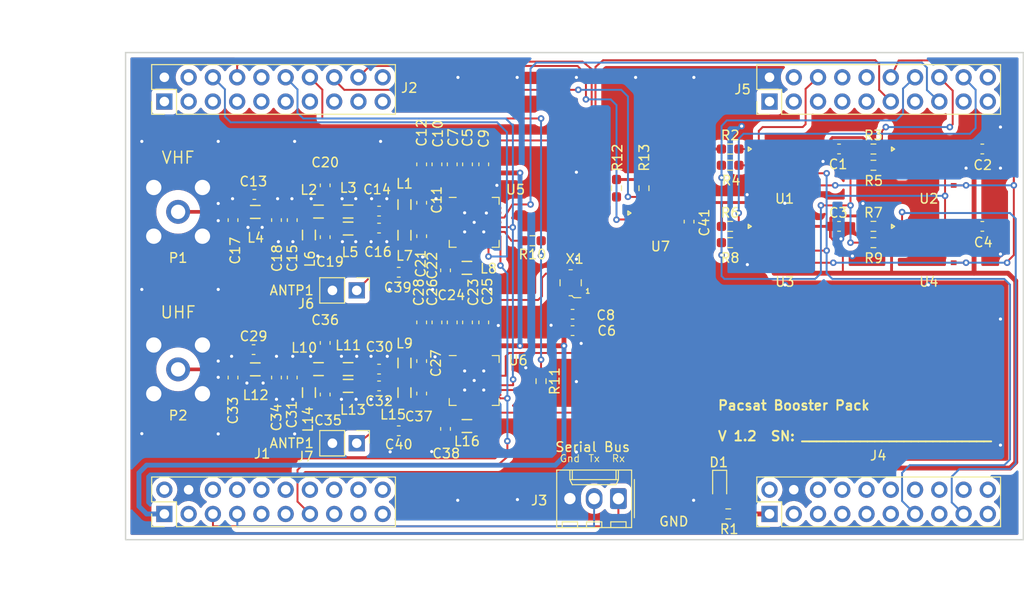
<source format=kicad_pcb>
(kicad_pcb (version 20211014) (generator pcbnew)
  (title_block (title "AX5043 Booster for Hercules Launchpad") (date "2017-10-02") (rev "1.1") (company "AMSAT-NA") (comment 1 "Layout by Z. Metzinger (N0ZGO)"))
  (layers (0 "F.Cu" signal) (31 "B.Cu" signal) (34 "B.Paste" user) (35 "F.Paste" user) (36 "B.SilkS" user "B.Silkscreen") (37 "F.SilkS" user "F.Silkscreen") (38 "B.Mask" user) (39 "F.Mask" user) (44 "Edge.Cuts" user))
  (net 0 "")
  (net 1 "+3.3V")
  (net 2 "GND")
  (net 3 "Net-(C11-Pad1)")
  (net 4 "Net-(C13-Pad1)")
  (net 5 "Net-(C13-Pad2)")
  (net 6 "Net-(C14-Pad2)")
  (net 7 "Net-(C16-Pad1)")
  (net 8 "Net-(C5-Pad1)")
  (net 9 "Net-(C10-Pad1)")
  (net 10 "TCXO")
  (net 11 "Net-(C12-Pad1)")
  (net 12 "Net-(C15-Pad1)")
  (net 13 "Net-(C16-Pad2)")
  (net 14 "Net-(C20-Pad2)")
  (net 15 "Net-(C22-Pad1)")
  (net 16 "AX5043_CLK")
  (net 17 "AX5043_MISO")
  (net 18 "AX5043_MOSI")
  (net 19 "Net-(C23-Pad1)")
  (net 20 "Net-(C24-Pad1)")
  (net 21 "+5V")
  (net 22 "Net-(C27-Pad1)")
  (net 23 "Net-(C28-Pad1)")
  (net 24 "Net-(C29-Pad1)")
  (net 25 "Net-(C29-Pad2)")
  (net 26 "Net-(C30-Pad2)")
  (net 27 "Net-(C31-Pad1)")
  (net 28 "Net-(C32-Pad1)")
  (net 29 "Net-(C32-Pad2)")
  (net 30 "Net-(C36-Pad2)")
  (net 31 "Net-(C38-Pad1)")
  (net 32 "Net-(D1-Pad2)")
  (net 34 "SCIRX")
  (net 35 "SCITX")
  (net 56 "Net-(C39-Pad1)")
  (net 60 "AX5043_VHF_CS")
  (net 61 "AX5043_UHF_IRQ")
  (net 63 "Net-(C39-Pad2)")
  (net 69 "AX5043_VHF_IRQ")
  (net 71 "MRAM_SCK")
  (net 73 "MRAM_3_CS")
  (net 89 "AX5043_UHF_CS")
  (net 94 "MRAM_0_CS")
  (net 97 "MRAM_MOSI")
  (net 98 "MRAM_MISO")
  (net 99 "MRAM_1_CS")
  (net 100 "MRAM_2_CS")
  (net 102 "Net-(L8-Pad1)")
  (net 103 "Net-(L8-Pad2)")
  (net 104 "Net-(L16-Pad1)")
  (net 105 "Net-(L16-Pad2)")
  (net 106 "Net-(C40-Pad1)")
  (net 116 "Net-(C40-Pad2)")
  (net 128 "Net-(R4-Pad1)")
  (net 129 "Net-(R5-Pad1)")
  (net 130 "+3V3_PRI")
  (net 131 "Net-(R8-Pad1)")
  (net 132 "Net-(R9-Pad2)")
  (net 133 "Net-(R10-Pad2)")
  (net 134 "Net-(R11-Pad2)")
  (net 135 "IC2_SDA")
  (net 136 "IC2_SCL")
  (footprint "Capacitor_SMD:C_0603_1608Metric_Pad1.08x0.95mm_HandSolder" (layer "F.Cu") (at 226.7 108.095)
    (fp_text reference "C2")
    (fp_text value ".1u")
  )
  (footprint "Capacitor_SMD:C_0603_1608Metric_Pad1.08x0.95mm_HandSolder" (layer "F.Cu") (at 165.6 137.6 180)
    (fp_text reference "C40")
    (fp_text value "NP")
  )
  (footprint "Capacitor_SMD:C_0603_1608Metric_Pad1.08x0.95mm_HandSolder" (layer "F.Cu") (at 174.5 126.25 90)
    (fp_text reference "C25")
    (fp_text value "10n")
  )
  (footprint "Capacitor_SMD:C_0603_1608Metric_Pad1.08x0.95mm_HandSolder" (layer "F.Cu") (at 157.9 111.9 -90)
    (fp_text reference "C20")
    (fp_text value "12p")
  )
  (footprint "amsat_murata:L_0603" (layer "F.Cu") (at 150.58 114.6845)
    (fp_text reference "L4")
    (fp_text value "30nh")
  )
  (footprint "Capacitor_SMD:C_0603_1608Metric_Pad1.08x0.95mm_HandSolder" (layer "F.Cu") (at 157.9 128.4 -90)
    (fp_text reference "C36")
    (fp_text value "11p")
  )
  (footprint "amsat_te_amp:TE_SMA" (layer "F.Cu") (at 142.5 114.675 90)
    (fp_text reference "P1")
    (fp_text value "SMA")
  )
  (footprint "Capacitor_SMD:C_0603_1608Metric_Pad1.08x0.95mm_HandSolder" (layer "F.Cu") (at 163.54 114.6 180)
    (fp_text reference "C14")
    (fp_text value "10p")
  )
  (footprint "Capacitor_SMD:C_0603_1608Metric_Pad1.08x0.95mm_HandSolder" (layer "F.Cu") (at 152.8 115.5375 -90)
    (fp_text reference "C18")
    (fp_text value "27p")
  )
  (footprint "Connector_Molex:Molex_KK-254_AE-6410-03A_1x03_P2.54mm_Vertical" (layer "F.Cu") (at 188.6 144.7 180)
    (fp_text reference "J3")
    (fp_text value "Conn_01x03")
  )
  (footprint "amsat_te_amp:TE_SMA" (layer "F.Cu") (at 142.5 131.1685 90)
    (fp_text reference "P2")
    (fp_text value "SMA")
  )
  (footprint "Resistor_SMD:R_0603_1608Metric_Pad0.98x0.95mm_HandSolder" (layer "F.Cu") (at 200.3 116.2)
    (fp_text reference "R6")
    (fp_text value "NP")
  )
  (footprint "Capacitor_SMD:C_0603_1608Metric_Pad1.08x0.95mm_HandSolder" (layer "F.Cu") (at 172.8 109.7 90)
    (fp_text reference "C5")
    (fp_text value "1n")
  )
  (footprint "Resistor_SMD:R_0603_1608Metric_Pad0.98x0.95mm_HandSolder" (layer "F.Cu") (at 200.3 109.8 180)
    (fp_text reference "R4")
    (fp_text value "0")
  )
  (footprint "Resistor_SMD:R_0603_1608Metric_Pad0.98x0.95mm_HandSolder" (layer "F.Cu") (at 215.3 109.8 180)
    (fp_text reference "R5")
    (fp_text value "0")
  )
  (footprint "amsat_everspin:MR2xH40_DFN_SmallFlag" (layer "F.Cu") (at 221 110 -90)
    (fp_text reference "U2")
    (fp_text value "MR25H40" hide)
  )
  (footprint "Resistor_SMD:R_0603_1608Metric_Pad0.98x0.95mm_HandSolder" (layer "F.Cu") (at 215.3 116.195)
    (fp_text reference "R7")
    (fp_text value "NP")
  )
  (footprint "Capacitor_SMD:C_0603_1608Metric_Pad1.08x0.95mm_HandSolder" (layer "F.Cu") (at 150.4 129.1 180)
    (fp_text reference "C29")
    (fp_text value "NP")
  )
  (footprint "Connector_PinHeader_2.54mm:PinHeader_1x02_P2.54mm_Vertical" (layer "F.Cu") (at 161.2 138.9 -90)
    (fp_text reference "J7")
    (fp_text value "Conn_01x02_Male")
  )
  (footprint "Connector_PinHeader_2.54mm:PinHeader_1x02_P2.54mm_Vertical" (layer "F.Cu") (at 161.2 122.9 -90)
    (fp_text reference "J6")
    (fp_text value "Conn_01x02_Male")
  )
  (footprint "Capacitor_SMD:C_0603_1608Metric_Pad1.08x0.95mm_HandSolder" (layer "F.Cu") (at 152.8 132.025 -90)
    (fp_text reference "C34")
    (fp_text value "NP")
  )
  (footprint "Capacitor_SMD:C_0603_1608Metric_Pad1.08x0.95mm_HandSolder" (layer "F.Cu") (at 168 109.7 90)
    (fp_text reference "C12")
    (fp_text value "10n")
  )
  (footprint "Capacitor_SMD:C_0603_1608Metric_Pad1.08x0.95mm_HandSolder" (layer "F.Cu") (at 148.25 115.5375 -90)
    (fp_text reference "C17")
    (fp_text value "27p")
  )
  (footprint "amsat_murata:L_0603" (layer "F.Cu") (at 166.2 113.9145 -90)
    (fp_text reference "L1")
    (fp_text value "150nh")
  )
  (footprint "Capacitor_SMD:C_0603_1608Metric_Pad1.08x0.95mm_HandSolder" (layer "F.Cu") (at 157.9 133.8 -90)
    (fp_text reference "C35")
    (fp_text value "5p6")
  )
  (footprint "Resistor_SMD:R_0603_1608Metric_Pad0.98x0.95mm_HandSolder" (layer "F.Cu") (at 200.3 117.9 180)
    (fp_text reference "R8")
    (fp_text value "0")
  )
  (footprint "amsat_murata:L_0603" (layer "F.Cu") (at 172.738 120.542)
    (fp_text reference "L8")
    (fp_text value "100nh")
  )
  (footprint "Capacitor_SMD:C_0603_1608Metric_Pad1.08x0.95mm_HandSolder" (layer "F.Cu") (at 168 117.2235 90)
    (fp_text reference "C21")
    (fp_text value "10p")
  )
  (footprint "amsat_murata:L_0603" (layer "F.Cu") (at 172.738 137.1)
    (fp_text reference "L16")
    (fp_text value "0nh")
  )
  (footprint "Capacitor_SMD:C_0603_1608Metric_Pad1.08x0.95mm_HandSolder" (layer "F.Cu") (at 165.6 121 180)
    (fp_text reference "C39")
    (fp_text value "NP")
  )
  (footprint "amsat_murata:L_0603" (layer "F.Cu") (at 160.3 132.9)
    (fp_text reference "L13")
    (fp_text value "43nh")
  )
  (footprint "Connector_PinHeader_2.54mm:PinHeader_2x10_P2.54mm_Vertical" (layer "F.Cu") (at 141.062 146.308 90)
    (fp_text reference "J1")
    (fp_text value "Conn_02x10_Top_Bottom")
  )
  (footprint "Capacitor_SMD:C_0603_1608Metric_Pad1.08x0.95mm_HandSolder" (layer "F.Cu") (at 170.5 120.8 -90)
    (fp_text reference "C22")
    (fp_text value "10n")
  )
  (footprint "Capacitor_SMD:C_0603_1608Metric_Pad1.08x0.95mm_HandSolder" (layer "F.Cu") (at 171.2 109.7 90)
    (fp_text reference "C7")
    (fp_text value "10p")
  )
  (footprint "Connector_PinHeader_2.54mm:PinHeader_2x10_P2.54mm_Vertical" (layer "F.Cu") (at 141.062 103.128 90)
    (fp_text reference "J2")
    (fp_text value "Conn_02x10_Top_Bottom")
  )
  (footprint "Capacitor_SMD:C_0603_1608Metric_Pad1.08x0.95mm_HandSolder" (layer "F.Cu") (at 211.7 116.195)
    (fp_text reference "C3")
    (fp_text value ".1u")
  )
  (footprint "Capacitor_SMD:C_0603_1608Metric_Pad1.08x0.95mm_HandSolder" (layer "F.Cu") (at 168 130.3 90)
    (fp_text reference "C27")
    (fp_text value "NP")
  )
  (footprint "amsat_murata:L_0603" (layer "F.Cu") (at 160.3 114.647)
    (fp_text reference "L3")
    (fp_text value "120nh")
  )
  (footprint "Resistor_SMD:R_0603_1608Metric_Pad0.98x0.95mm_HandSolder" (layer "F.Cu") (at 215.3 117.9)
    (fp_text reference "R9")
    (fp_text value "0")
  )
  (footprint "Resistor_SMD:R_0603_1608Metric_Pad0.98x0.95mm_HandSolder" (layer "F.Cu") (at 191.275 112.2 -90)
    (fp_text reference "R13")
    (fp_text value "4k7")
  )
  (footprint "Resistor_SMD:R_0603_1608Metric_Pad0.98x0.95mm_HandSolder" (layer "F.Cu") (at 179.6 117.7 180)
    (fp_text reference "R10")
    (fp_text value "330")
  )
  (footprint "Capacitor_SMD:C_0603_1608Metric_Pad1.08x0.95mm_HandSolder" (layer "F.Cu") (at 168 133.7 90)
    (fp_text reference "C37")
    (fp_text value "NP")
  )
  (footprint "amsat_murata:L_0603" (layer "F.Cu") (at 157.2 131.1435)
    (fp_text reference "L10")
    (fp_text value "27nh")
  )
  (footprint "amsat_maxim:TDFN_T833_2" (layer "F.Cu") (at 192.75 115.8)
    (fp_text reference "U7")
    (fp_text value "MAX31725" hide)
  )
  (footprint "amsat_murata:L_0603" (layer "F.Cu") (at 160.3 116.4235)
    (fp_text reference "L5")
    (fp_text value "120nh")
  )
  (footprint "amsat_murata:L_0603" (layer "F.Cu") (at 166.2 117.1235 90)
    (fp_text reference "L7")
    (fp_text value "150nh")
  )
  (footprint "Package_DFN_QFN:QFN-28-1EP_5x5mm_P0.5mm_EP3.35x3.35mm" (layer "F.Cu") (at 173.5 115.775)
    (fp_text reference "U5")
    (fp_text value "AX5043")
  )
  (footprint "amsat_everspin:MR2xH40_DFN_SmallFlag" (layer "F.Cu") (at 206 118.1 -90)
    (fp_text reference "U3")
    (fp_text value "MR25H40" hide)
  )
  (footprint "amsat_murata:L_0603" (layer "F.Cu") (at 166.2 130.5 -90)
    (fp_text reference "L9")
    (fp_text value "100nh")
  )
  (footprint "amsat_murata:L_0603" (layer "F.Cu") (at 156.2 133.6 90)
    (fp_text reference "L14")
    (fp_text value "27nh")
  )
  (footprint "amsat_murata:L_0603" (layer "F.Cu") (at 150.58 131.1685)
    (fp_text reference "L12")
    (fp_text value "0nh")
  )
  (footprint "Capacitor_SMD:C_0603_1608Metric_Pad1.08x0.95mm_HandSolder" (layer "F.Cu") (at 172.8 126.25 90)
    (fp_text reference "C23")
    (fp_text value "1n")
  )
  (footprint "amsat_murata:L_0603" (layer "F.Cu") (at 157.2 114.647)
    (fp_text reference "L2")
    (fp_text value "68nh")
  )
  (footprint "Resistor_SMD:R_0603_1608Metric_Pad0.98x0.95mm_HandSolder" (layer "F.Cu") (at 188.4 112.2 -90)
    (fp_text reference "R12")
    (fp_text value "4k7")
  )
  (footprint "Capacitor_SMD:C_0603_1608Metric_Pad1.08x0.95mm_HandSolder" (layer "F.Cu") (at 154.45 132.025 90)
    (fp_text reference "C31")
    (fp_text value "5p1")
  )
  (footprint "Capacitor_SMD:C_0603_1608Metric_Pad1.08x0.95mm_HandSolder" (layer "F.Cu") (at 154.45 115.5375 90)
    (fp_text reference "C15")
    (fp_text value "12p")
  )
  (footprint "Package_DFN_QFN:QFN-28-1EP_5x5mm_P0.5mm_EP3.35x3.35mm" (layer "F.Cu") (at 173.5 132.3325)
    (fp_text reference "U6")
    (fp_text value "AX5043")
  )
  (footprint "Capacitor_SMD:C_0603_1608Metric_Pad1.08x0.95mm_HandSolder" (layer "F.Cu") (at 183.8 125.4)
    (fp_text reference "C8")
    (fp_text value ".01u")
  )
  (footprint "Capacitor_SMD:C_0603_1608Metric_Pad1.08x0.95mm_HandSolder" (layer "F.Cu") (at 226.7 116.195)
    (fp_text reference "C4")
    (fp_text value ".1u")
  )
  (footprint "Capacitor_SMD:C_0603_1608Metric_Pad1.08x0.95mm_HandSolder" (layer "F.Cu") (at 171.2 126.25 90)
    (fp_text reference "C24")
    (fp_text value "10p")
  )
  (footprint "amsat_everspin:MR2xH40_DFN_SmallFlag" (layer "F.Cu") (at 206 110 -90)
    (fp_text reference "U1")
    (fp_text value "MR25H40" hide)
  )
  (footprint "Resistor_SMD:R_0603_1608Metric_Pad0.98x0.95mm_HandSolder" (layer "F.Cu") (at 215.3 108.1)
    (fp_text reference "R3")
    (fp_text value "NP")
  )
  (footprint "Capacitor_SMD:C_0603_1608Metric_Pad1.08x0.95mm_HandSolder" (layer "F.Cu") (at 168 113.7235 90)
    (fp_text reference "C11")
    (fp_text value "10p")
  )
  (footprint "Capacitor_SMD:C_0603_1608Metric_Pad1.08x0.95mm_HandSolder" (layer "F.Cu") (at 211.7 108.095)
    (fp_text reference "C1")
    (fp_text value ".1u")
  )
  (footprint "Resistor_SMD:R_0603_1608Metric_Pad0.98x0.95mm_HandSolder" (layer "F.Cu") (at 200.3 108.1)
    (fp_text reference "R2")
    (fp_text value "NP")
  )
  (footprint "Capacitor_SMD:C_0603_1608Metric_Pad1.08x0.95mm_HandSolder" (layer "F.Cu") (at 170.5 137.4 -90)
    (fp_text reference "C38")
    (fp_text value "10n")
  )
  (footprint "Capacitor_SMD:C_0603_1608Metric_Pad1.08x0.95mm_HandSolder" (layer "F.Cu") (at 169.6 126.25 90)
    (fp_text reference "C26")
    (fp_text value "6p8")
  )
  (footprint "Connector_PinHeader_2.54mm:PinHeader_2x10_P2.54mm_Vertical" (layer "F.Cu") (at 204.42 146.308 90)
    (fp_text reference "J4")
    (fp_text value "Conn_02x10_Top_Bottom")
  )
  (footprint "LED_SMD:LED_0603_1608Metric_Pad1.05x0.95mm_HandSolder" (layer "F.Cu") (at 199.2 143.4 -90)
    (fp_text reference "D1")
    (fp_text value "LED")
  )
  (footprint "Capacitor_SMD:C_0603_1608Metric_Pad1.08x0.95mm_HandSolder" (layer "F.Cu") (at 183.8 127.1125)
    (fp_text reference "C6")
    (fp_text value ".1u")
  )
  (footprint "Capacitor_SMD:C_0603_1608Metric_Pad1.08x0.95mm_HandSolder" (layer "F.Cu") (at 174.5 109.7 90)
    (fp_text reference "C9")
    (fp_text value "10n")
  )
  (footprint "Oscillator:Oscillator_SMD_ECS_2520MV-xxx-xx-4Pin_2.5x2.0mm" (layer "F.Cu") (at 183.6 122.1 180)
    (fp_text reference "X1")
    (fp_text value "ECS-TXO-2520MV-160-AN-TR")
  )
  (footprint "Capacitor_SMD:C_0603_1608Metric_Pad1.08x0.95mm_HandSolder" (layer "F.Cu") (at 157.9 117.3235 -90)
    (fp_text reference "C19")
    (fp_text value "NP")
  )
  (footprint "Capacitor_SMD:C_0603_1608Metric_Pad1.08x0.95mm_HandSolder" (layer "F.Cu") (at 169.6 109.7 90)
    (fp_text reference "C10")
    (fp_text value "6p8")
  )
  (footprint "Capacitor_SMD:C_0603_1608Metric_Pad1.08x0.95mm_HandSolder" (layer "F.Cu") (at 150.48 112.861 180)
    (fp_text reference "C13")
    (fp_text value "6p8")
  )
  (footprint "Resistor_SMD:R_0603_1608Metric_Pad0.98x0.95mm_HandSolder" (layer "F.Cu") (at 200.1 146.3 180)
    (fp_text reference "R1")
    (fp_text value "???")
  )
  (footprint "amsat_everspin:MR2xH40_DFN_SmallFlag" (layer "F.Cu") (at 221 118.1 -90)
    (fp_text reference "U4")
    (fp_text value "MR25H40" hide)
  )
  (footprint "Capacitor_SMD:C_0603_1608Metric_Pad1.08x0.95mm_HandSolder" (layer "F.Cu") (at 168 126.25 90)
    (fp_text reference "C28")
    (fp_text value "10n")
  )
  (footprint "amsat_murata:L_0603" (layer "F.Cu") (at 160.3 131.1435)
    (fp_text reference "L11")
    (fp_text value "43nh")
  )
  (footprint "Capacitor_SMD:C_0603_1608Metric_Pad1.08x0.95mm_HandSolder" (layer "F.Cu") (at 148.25 132.025 -90)
    (fp_text reference "C33")
    (fp_text value "NP")
  )
  (footprint "Resistor_SMD:R_0603_1608Metric_Pad0.98x0.95mm_HandSolder" (layer "F.Cu") (at 180.5 132.4 -90)
    (fp_text reference "R11")
    (fp_text value "0")
  )
  (footprint "amsat_murata:L_0603" (layer "F.Cu") (at 156.2 117.1 90)
    (fp_text reference "L6")
    (fp_text value "68nh")
  )
  (footprint "Capacitor_SMD:C_0603_1608Metric_Pad1.08x0.95mm_HandSolder" (layer "F.Cu") (at 163.54 132.9 180)
    (fp_text reference "C32")
    (fp_text value "4p3")
  )
  (footprint "amsat_murata:L_0603" (layer "F.Cu") (at 166.2 133.6 90)
    (fp_text reference "L15")
    (fp_text value "100nh")
  )
  (footprint "Capacitor_SMD:C_0603_1608Metric_Pad1.08x0.95mm_HandSolder" (layer "F.Cu") (at 163.54 131.1435 180)
    (fp_text reference "C30")
    (fp_text value "4p3")
  )
  (footprint "Capacitor_SMD:C_0603_1608Metric_Pad1.08x0.95mm_HandSolder" (layer "F.Cu") (at 196 115.7 90)
    (fp_text reference "C41")
    (fp_text value ".1u")
  )
  (footprint "Capacitor_SMD:C_0603_1608Metric_Pad1.08x0.95mm_HandSolder" (layer "F.Cu") (at 163.54 116.3765 180)
    (fp_text reference "C16")
    (fp_text value "10p")
  )
  (footprint "Connector_PinHeader_2.54mm:PinHeader_2x10_P2.54mm_Vertical" (layer "F.Cu") (at 204.42 103.128 90)
    (fp_text reference "J5")
    (fp_text value "Conn_02x10_Top_Bottom")
  )
  (gr_rect (start 137 149) (end 231 98) (layer "Edge.Cuts") (width 0.15) (fill none))
  (gr_text "Pacsat Booster Pack\n\nV 1.2  SN: __________________________" (at 198.925 136.55) (layer "F.SilkS") (effects (font (size 1 1) (thickness 0.2)) (justify left)))
  (gr_text "Rx" (at 188.6 140.5) (layer "F.SilkS") (effects (font (size 0.75 0.75) (thickness 0.1))))
  (gr_text "Tx" (at 186.06 140.5) (layer "F.SilkS") (effects (font (size 0.75 0.75) (thickness 0.1))))
  (gr_text "GND" (at 194.4 147.1) (layer "F.SilkS") (effects (font (size 1 1))))
  (gr_text "ANTP1" (at 154.4 138.9) (layer "F.SilkS") (effects (font (size 1 1))))
  (gr_text "Gnd" (at 183.52 140.5) (layer "F.SilkS") (effects (font (size 0.75 0.75) (thickness 0.1))))
  (gr_text "VHF" (at 142.5 109) (layer "F.SilkS") (effects (font (size 1.25 1.25))))
  (gr_text "ANTP1" (at 154.4 122.9) (layer "F.SilkS") (effects (font (size 1 1))))
  (gr_text "1" (at 185.4 122.975) (layer "F.SilkS") (effects (font (size 0.5 0.5) (thickness 0.125))))
  (gr_text "UHF" (at 142.5 125.2) (layer "F.SilkS") (effects (font (size 1.25 1.25))))
  (gr_text "Serial Bus" (at 185.9 139.3) (layer "F.SilkS") (effects (font (size 1 1))))
  (segment (start 204.7 108.1) (end 208.7 108.1) (width 0.3) (layer "F.Cu") (net 1))
  (segment (start 203.3 110.635) (end 204.365 110.635) (width 0.3) (layer "F.Cu") (net 1))
  (segment (start 188.4 111.2875) (end 192.499145 111.299145) (width 0.3) (layer "F.Cu") (net 1))
  (segment (start 223.7 108.095) (end 219.6 108.1) (width 0.3) (layer "F.Cu") (net 1))
  (segment (start 217.2 119) (end 217.5 118.735) (width 0.3) (layer "F.Cu") (net 1))
  (segment (start 229.6 141.5) (end 230.2 140.9) (width 0.508) (layer "F.Cu") (net 1))
  (segment (start 211 106.9) (end 214.2 106.9) (width 0.3) (layer "F.Cu") (net 1))
  (segment (start 223.7 116.195) (end 223.7 117.5) (width 0.3) (layer "F.Cu") (net 1))
  (segment (start 214.4 107.1) (end 214.4 108.095) (width 0.3) (layer "F.Cu") (net 1))
  (segment (start 218.3 118.735) (end 217.5 118.735) (width 0.3) (layer "F.Cu") (net 1))
  (segment (start 219.6 108.108226) (end 219.6 108.1) (width 0.2032) (layer "F.Cu") (net 1))
  (segment (start 223.705 108.095) (end 223.7 108.1) (width 0.2032) (layer "F.Cu") (net 1))
  (segment (start 225.8375 121.1) (end 225.8375 108.1) (width 0.508) (layer "F.Cu") (net 1))
  (segment (start 204.9 121.1) (end 229.3 121.1) (width 0.508) (layer "F.Cu") (net 1))
  (segment (start 225.8375 108.095) (end 223.705 108.095) (width 0.3) (layer "F.Cu") (net 1))
  (segment (start 196.01875 114.825) (end 194.18125 114.825) (width 0.3) (layer "F.Cu") (net 1))
  (segment (start 230.2 121.9) (end 229.4 121.1) (width 0.508) (layer "F.Cu") (net 1))
  (segment (start 214.1 115.1) (end 214.4 115.3) (width 0.3) (layer "F.Cu") (net 1))
  (segment (start 218.9 110.6) (end 219.2 110.4) (width 0.3) (layer "F.Cu") (net 1))
  (segment (start 208.705 116.195) (end 208.7 116.2) (width 0.2032) (layer "F.Cu") (net 1))
  (segment (start 193.3 113.7) (end 204.4 113.7) (width 0.3) (layer "F.Cu") (net 1))
  (segment (start 214.23125 106.93125) (end 214.36875 107.06875) (width 0.3) (layer "F.Cu") (net 1))
  (segment (start 210.83125 107.06875) (end 211 106.9) (width 0.3) (layer "F.Cu") (net 1))
  (segment (start 210.8 117.3) (end 210.8 116.2) (width 0.3) (layer "F.Cu") (net 1))
  (segment (start 210.8375 115.3375) (end 211.1 115.1) (width 0.3) (layer "F.Cu") (net 1))
  (segment (start 219.2 108.504113) (end 219.2 110.4) (width 0.3) (layer "F.Cu") (net 1))
  (segment (start 210.8375 108.095) (end 210.8375 107.1375) (width 0.3) (layer "F.Cu") (net 1))
  (segment (start 199.4 113.7) (end 199.4 116.2) (width 0.3) (layer "F.Cu") (net 1))
  (segment (start 230.2 140.9) (end 230.2 121.9) (width 0.508) (layer "F.Cu") (net 1))
  (segment (start 204.4 110.67) (end 204.4 108.6) (width 0.3) (layer "F.Cu") (net 1))
  (segment (start 208.7 108.095) (end 208.7 109.4) (width 0.3) (layer "F.Cu") (net 1))
  (segment (start 197.8 108.1) (end 199.4 108.1) (width 0.3) (layer "F.Cu") (net 1))
  (segment (start 192.499145 111.299145) (end 192.9 111.7) (width 0.3) (layer "F.Cu") (net 1))
  (segment (start 197.3 113.2) (end 197.8 113.7) (width 0.3) (layer "F.Cu") (net 1))
  (segment (start 223.7 109.365) (end 223.7 108.1) (width 0.3) (layer "F.Cu") (net 1))
  (segment (start 204.4 120.6) (end 204.9 121.1) (width 0.3) (layer "F.Cu") (net 1))
  (segment (start 201.4 141.5) (end 229.6 141.5) (width 0.508) (layer "F.Cu") (net 1))
  (segment (start 197.3 113.2) (end 197.3 108.6) (width 0.3) (layer "F.Cu") (net 1))
  (segment (start 204.42 146.308) (end 201 146.3) (width 0.508) (layer "F.Cu") (net 1))
  (segment (start 204.4 108.6) (end 204.7 108.1) (width 0.3) (layer "F.Cu") (net 1))
  (segment (start 217.2 119) (end 217.2 121.1) (width 0.3) (layer "F.Cu") (net 1))
  (segment (start 201 141.9) (end 201.4 141.5) (width 0.508) (layer "F.Cu") (net 1))
  (segment (start 210.8375 116.195) (end 210.8375 115.3375) (width 0.3) (layer "F.Cu") (net 1))
  (segment (start 208.7 108.1) (end 208.705 108.095) (width 0.2032) (layer "F.Cu") (net 1))
  (segment (start 210.8375 116.195) (end 208.705 116.195) (width 0.3) (layer "F.Cu") (net 1))
  (segment (start 196 114.8375) (end 196 113.7) (width 0.3) (layer "F.Cu") (net 1))
  (segment (start 192.9 111.7) (end 192.9 113.2) (width 0.3) (layer "F.Cu") (net 1))
  (segment (start 197.3 108.6) (end 197.8 108.1) (width 0.3) (layer "F.Cu") (net 1))
  (segment (start 223.705 116.195) (end 223.7 116.2) (width 0.2032) (layer "F.Cu") (net 1))
  (segment (start 208.705 108.095) (end 210.8375 108.095) (width 0.3) (layer "F.Cu") (net 1))
  (segment (start 192.9 113.2) (end 193.3 113.7) (width 0.3) (layer "F.Cu") (net 1))
  (segment (start 211.1 115.1) (end 214.1 115.1) (width 0.3) (layer "F.Cu") (net 1))
  (segment (start 218.3 110.6) (end 218.9 110.6) (width 0.3) (layer "F.Cu") (net 1))
  (segment (start 214.4 115.3) (end 214.4 116.3) (width 0.3) (layer "F.Cu") (net 1))
  (segment (start 204.4 110.67) (end 204.4 120.6) (width 0.3) (layer "F.Cu") (net 1))
  (segment (start 203.3 118.735) (end 204.365 118.735) (width 0.3) (layer "F.Cu") (net 1))
  (segment (start 225.8375 116.195) (end 223.705 116.195) (width 0.3) (layer "F.Cu") (net 1))
  (segment (start 208.7 116.195) (end 208.7 117.4) (width 0.3) (layer "F.Cu") (net 1))
  (segment (start 212.1 119) (end 210.8 117.3) (width 0.2032) (layer "F.Cu") (net 1))
  (segment (start 219.204113 108.504113) (end 219.6 108.108226) (width 0.3) (layer "F.Cu") (net 1))
  (segment (start 201.0125 146.3) (end 201 141.9) (width 0.508) (layer "F.Cu") (net 1))
  (segment (start 212.1 121.1) (end 212.1 119) (width 0.2032) (layer "F.Cu") (net 1))
  (segment (start 204.365 110.635) (end 204.4 110.67) (width 0.2032) (layer "F.Cu") (net 1))
  (segment (start 169.5 114.125) (end 169.5 113.325) (width 0.2032) (layer "F.Cu") (net 2))
  (segment (start 169.425 130.475) (end 169.4 129.875) (width 0.2032) (layer "F.Cu") (net 2))
  (segment (start 170.95 131.325) (end 170.45 131.325) (width 0.2032) (layer "F.Cu") (net 2))
  (segment (start 173.5 130.1075) (end 173.5 130.85) (width 0.2032) (layer "F.Cu") (net 2))
  (segment (start 170.45 131.325) (end 169.425 130.475) (width 0.2032) (layer "F.Cu") (net 2))
  (segment (start 171.15375 131.3325) (end 171.89625 131.3325) (width 0.254) (layer "F.Cu") (net 2))
  (segment (start 173 113.55) (end 173 114.45) (width 0.2032) (layer "F.Cu") (net 2))
  (segment (start 173.5 113.55) (end 173.5 114.35) (width 0.2032) (layer "F.Cu") (net 2))
  (segment (start 170.15 114.775) (end 169.5 114.125) (width 0.2032) (layer "F.Cu") (net 2))
  (segment (start 171.2606 133.3325) (end 171.9894 133.3325) (width 0.254) (layer "F.Cu") (net 2))
  (segment (start 171.05 114.775) (end 170.15 114.775) (width 0.2032) (layer "F.Cu") (net 2))
  (segment (start 169.5 113.325) (end 169.525 113.3) (width 0.2032) (layer "F.Cu") (net 2))
  (segment (start 173 130.1075) (end 173 130.95) (width 0.2032) (layer "F.Cu") (net 2))
  (segment (start 172.5 114.775) (end 171.275 114.775) (width 0.2032) (layer "F.Cu") (net 2))
  (segment (start 171.3174 116.775) (end 172.15 116.775) (width 0.254) (layer "F.Cu") (net 2))
  (via (at 228.6 125.9) (size 0.6858) (drill 0.3302) (layers "F.Cu" "B.Cu") (net 2))
  (via (at 156.42975 113.3) (size 0.6858) (drill 0.3302) (layers "F.Cu" "B.Cu") (net 2))
  (via (at 211.9 117.5) (size 0.6858) (drill 0.3302) (layers "F.Cu" "B.Cu") (net 2))
  (via (at 202.075 112.875) (size 0.6858) (drill 0.3302) (layers "F.Cu" "B.Cu") (net 2))
  (via (at 221.05 122.325) (size 0.6858) (drill 0.3302) (layers "F.Cu" "B.Cu") (net 2))
  (via (at 163.7 107.3) (size 0.6858) (drill 0.3302) (layers "F.Cu" "B.Cu") (net 2))
  (via (at 184.2 119.625) (size 0.6858) (drill 0.3302) (layers "F.Cu" "B.Cu") (net 2))
  (via (at 214.2 113.8) (size 0.6858) (drill 0.3302) (layers "F.Cu" "B.Cu") (net 2))
  (via (at 176.025 126.575) (size 0.6858) (drill 0.3302) (layers "F.Cu" "B.Cu") (net 2))
  (via (at 138.7 122.8) (size 0.6858) (drill 0.3302) (layers "F.Cu" "B.Cu") (net 2))
  (via (at 138.7 137.9) (size 0.6858) (drill 0.3302) (layers "F.Cu" "B.Cu") (net 2))
  (via (at 174.5 116.775) (size 0.6858) (drill 0.3302) (layers "F.Cu" "B.Cu") (net 2))
  (via (at 149.81625 116.3) (size 0.6858) (drill 0.3302) (layers "F.Cu" "B.Cu") (net 2))
  (via (at 169.15 122.8) (size 0.6858) (drill 0.3302) (layers "F.Cu" "B.Cu") (net 2))
  (via (at 146.7 113.8) (size 0.6858) (drill 0.3302) (layers "F.Cu" "B.Cu") (net 2))
  (via (at 172.5 133.3325) (size 0.6858) (drill 0.3302) (layers "F.Cu" "B.Cu") (net 2))
  (via (at 154.51625 117.8) (size 0.6858) (drill 0.3302) (layers "F.Cu" "B.Cu") (net 2))
  (via (at 174.5 133.3325) (size 0.6858) (drill 0.3302) (layers "F.Cu" "B.Cu") (net 2))
  (via (at 173.5 115.775) (size 0.6858) (drill 0.3302) (layers "F.Cu" "B.Cu") (net 2))
  (via (at 154.5 129.8) (size 0.6858) (drill 0.3302) (layers "F.Cu" "B.Cu") (net 2))
  (via (at 152.8 134.3) (size 0.6858) (drill 0.3302) (layers "F.Cu" "B.Cu") (net 2))
  (via (at 169.4 129.85) (size 0.6858) (drill 0.3302) (layers "F.Cu" "B.Cu") (net 2))
  (via (at 178.025 144.8) (size 0.6858) (drill 0.3302) (layers "F.Cu" "B.Cu") (net 2))
  (via (at 196.475 144.875) (size 0.6858) (drill 0.3302) (layers "F.Cu" "B.Cu") (net 2))
  (via (at 172.5 116.775) (size 0.6858) (drill 0.3302) (layers "F.Cu" "B.Cu") (net 2))
  (via (at 174.5 131.3325) (size 0.6858) (drill 0.3302) (layers "F.Cu" "B.Cu") (net 2))
  (via (at 154.7 107.3) (size 0.6858) (drill 0.3302) (layers "F.Cu" "B.Cu") (net 2))
  (via (at 181.55 126.55) (size 0.6858) (drill 0.3302) (layers "F.Cu" "B.Cu") (net 2))
  (via (at 171.775 144.875) (size 0.6858) (drill 0.3302) (layers "F.Cu" "B.Cu") (net 2))
  (via (at 154.41625 113.3) (size 0.6858) (drill 0.3302) (layers "F.Cu" "B.Cu") (net 2))
  (via (at 178 100.6) (size 0.6858) (drill 0.3302) (layers "F.Cu" "B.Cu") (net 2))
  (via (at 175.2 122.78) (size 0.6858) (drill 0.3302) (layers "F.Cu" "B.Cu") (net 2))
  (via (at 146.7 122.8) (size 0.6858) (drill 0.3302) (layers "F.Cu" "B.Cu") (net 2))
  (via (at 159.7 117.8) (size 0.6858) (drill 0.3302) (layers "F.Cu" "B.Cu") (net 2))
  (via (at 184.2 139.825) (size 0.6858) (drill 0.3302) (layers "F.Cu" "B.Cu") (net 2))
  (via (at 225 110.1) (size 0.6858) (drill 0.3302) (layers "F.Cu" "B.Cu") (net 2))
  (via (at 213.1 119.3) (size 0.6858) (drill 0.3302) (layers "F.Cu" "B.Cu") (net 2))
  (via (at 146.7 107.3) (size 0.6858) (drill 0.3302) (layers "F.Cu" "B.Cu") (net 2))
  (via (at 146.7 137.925) (size 0.6858) (drill 0.3302) (layers "F.Cu" "B.Cu") (net 2))
  (via (at 184.7 128.45) (size 0.6858) (drill 0.3302) (layers "F.Cu" "B.Cu") (net 2))
  (via (at 159.6 129.8) (size 0.6858) (drill 0.3302) (layers "F.Cu" "B.Cu") (net 2))
  (via (at 190.4 100.6) (size 0.6858) (drill 0.3302) (layers "F.Cu" "B.Cu") (net 2))
  (via (at 149.7 132.6) (size 0.6858) (drill 0.3302) (layers "F.Cu" "B.Cu") (net 2))
  (via (at 202.1 120.2) (size 0.6858) (drill 0.3302) (layers "F.Cu" "B.Cu") (net 2))
  (via (at 159.66625 113.3) (size 0.6858) (drill 0.3302) (layers "F.Cu" "B.Cu") (net 2))
  (via (at 156.372 129.8) (size 0.6858) (drill 0.3302) (layers "F.Cu" "B.Cu") (net 2))
  (via (at 162.7 134.3) (size 0.6858) (drill 0.3302) (layers "F.Cu" "B.Cu") (net 2))
  (via (at 196.5 100.6) (size 0.6858) (drill 0.3302) (layers "F.Cu" "B.Cu") (net 2))
  (via (at 148.2 113.3) (size 0.6858) (drill 0.3302) (layers "F.Cu" "B.Cu") (net 2))
  (via (at 174.775 114.8) (size 0.6858) (drill 0.3302) (layers "F.Cu" "B.Cu") (net 2))
  (via (at 161.1365 134.3) (size 0.6858) (drill 0.3302) (layers "F.Cu" "B.Cu") (net 2))
  (via (at 201.5 105.7) (size 0.6858) (drill 0.3302) (layers "F.Cu" "B.Cu") (net 2))
  (via (at 138.7 107.3) (size 0.6858) (drill 0.3302) (layers "F.Cu" "B.Cu") (net 2))
  (via (at 164.35 113.3) (size 0.6858) (drill 0.3302) (layers "F.Cu" "B.Cu") (net 2))
  (via (at 151.4 132.6) (size 0.6858) (drill 0.3302) (layers "F.Cu" "B.Cu") (net 2))
  (via (at 146.7 130.3) (size 0.6858) (drill 0.3302) (layers "F.Cu" "B.Cu") (net 2))
  (via (at 228.6 119.1) (size 0.6858) (drill 0.3302) (layers "F.Cu" "B.Cu") (net 2))
  (via (at 164.625 122.8) (size 0.6858) (drill 0.3302) (layers "F.Cu" "B.Cu") (net 2))
  (via (at 172.5 114.775) (size 0.6858) (drill 0.3302) (layers "F.Cu" "B.Cu") (net 2))
  (via (at 164.35 117.8) (size 0.6858) (drill 0.3302) (layers "F.Cu" "B.Cu") (net 2))
  (via (at 169.05 139.775) (size 0.6858) (drill 0.3302) (layers "F.Cu" "B.Cu") (net 2))
  (via (at 159.6 134.3) (size 0.6858) (drill 0.3302) (layers "F.Cu" "B.Cu") (net 2))
  (via (at 178.9 131) (size 0.6858) (drill 0.3302) (layers "F.Cu" "B.Cu") (net 2))
  (via (at 151.3 116.3) (size 0.6858) (drill 0.3302) (layers "F.Cu" "B.Cu") (net 2))
  (via (at 228.6 105.8) (size 0.6858) (drill 0.3302) (layers "F.Cu" "B.Cu") (net 2))
  (via (at 162.7565 113.3) (size 0.6858) (drill 0.3302) (layers "F.Cu" "B.Cu") (net 2))
  (via (at 184.2 132.45) (size 0.6858) (drill 0.3302) (layers "F.Cu" "B.Cu") (net 2))
  (via (at 171.8 100.6) (size 0.6858) (drill 0.3302) (layers "F.Cu" "B.Cu") (net 2))
  (via (at 148.1 129.8) (size 0.6858) (drill 0.3302) (layers "F.Cu" "B.Cu") (net 2))
  (via (at 168.1 119.4) (size 0.6858) (drill 0.3302) (layers "F.Cu" "B.Cu") (net 2))
  (via (at 153 117.8) (size 0.6858) (drill 0.3302) (layers "F.Cu" "B.Cu") (net 2))
  (via (at 146.7 115.6) (size 0.6858) (drill 0.3302) (layers "F.Cu" "B.Cu") (net 2))
  (via (at 206.025 113.775) (size 0.6858) (drill 0.3302) (layers "F.Cu" "B.Cu") (net 2))
  (via (at 210.025 109.4) (size 0.6858) (drill 0.3302) (layers "F.Cu" "B.Cu") (net 2))
  (via (at 157.125 119.3) (size 0.6858) (drill 0.3302) (layers "F.Cu" "B.Cu") (net 2))
  (via (at 162.7 129.8) (size 0.6858) (drill 0.3302) (layers "F.Cu" "B.Cu") (net 2))
  (via (at 161.1 113.3) (size 0.6858) (drill 0.3302) (layers "F.Cu" "B.Cu") (net 2))
  (via (at 206.05 122.325) (size 0.6858) (drill 0.3302) (layers "F.Cu" "B.Cu") (net 2))
  (via (at 175.875 111.9) (size 0.6858) (drill 0.3302) (layers "F.Cu" "B.Cu") (net 2))
  (via (at 164.4 134.3) (size 0.6858) (drill 0.3302) (layers "F.Cu" "B.Cu") (net 2))
  (via (at 164.7 139.8) (size 0.6858) (drill 0.3302) (layers "F.Cu" "B.Cu") (net 2))
  (via (at 152.91625 113.3) (size 0.6858) (drill 0.3302) (layers "F.Cu" "B.Cu") (net 2))
  (via (at 164.4 129.8) (size 0.6858) (drill 0.3302) (layers "F.Cu" "B.Cu") (net 2))
  (via (at 228.6 110.1) (size 0.6858) (drill 0.3302) (layers "F.Cu" "B.Cu") (net 2))
  (via (at 172.5 131.3325) (size 0.6858) (drill 0.3302) (layers "F.Cu" "B.Cu") (net 2))
  (via (at 184.2 100.6) (size 0.6858) (drill 0.3302) (layers "F.Cu" "B.Cu") (net 2))
  (via (at 228.6 139.1) (size 0.6858) (drill 0.3302) (layers "F.Cu" "B.Cu") (net 2))
  (via (at 152.8 129.8) (size 0.6858) (drill 0.3302) (layers "F.Cu" "B.Cu") (net 2))
  (via (at 161.1 117.8) (size 0.6858) (drill 0.3302) (layers "F.Cu" "B.Cu") (net 2))
  (via (at 173.5 132.3325) (size 0.6858) (drill 0.3302) (layers "F.Cu" "B.Cu") (net 2))
  (via (at 146.7 132) (size 0.6858) (drill 0.3302) (layers "F.Cu" "B.Cu") (net 2))
  (via (at 154.5 134.3) (size 0.6858) (drill 0.3302) (layers "F.Cu" "B.Cu") (net 2))
  (via (at 169.5 113.3) (size 0.6858) (drill 0.3302) (layers "F.Cu" "B.Cu") (net 2))
  (via (at 154.7 137.925) (size 0.6858) (drill 0.3302) (layers "F.Cu" "B.Cu") (net 2))
  (via (at 162.7 117.8) (size 0.6858) (drill 0.3302) (layers "F.Cu" "B.Cu") (net 2))
  (via (at 184.2 110.525) (size 0.6858) (drill 0.3302) (layers "F.Cu" "B.Cu") (net 2))
  (via (at 161.2 129.8) (size 0.6858) (drill 0.3302) (layers "F.Cu" "B.Cu") (net 2))
  (segment (start 168.02975 114.586) (end 169.386 114.586) (width 0.2032) (layer "F.Cu") (net 3))
  (segment (start 164.0875 114.6) (end 167.6875 114.6) (width 0.381) (layer "F.Cu") (net 3))
  (segment (start 171 115.275) (end 170 115.275) (width 0.2032) (layer "F.Cu") (net 3))
  (segment (start 169.386 114.586) (end 170 115.275) (width 0.2032) (layer "F.Cu") (net 3))
  (segment (start 156.5 114.647) (end 151.54025 114.647) (width 0.381) (layer "F.Cu") (net 4))
  (segment (start 151.27825 114.9385) (end 151.27825 112.8625) (width 0.381) (layer "F.Cu") (net 4))
  (segment (start 151.27825 112.8625) (end 151.27975 112.861) (width 0.2032) (layer "F.Cu") (net 4))
  (segment (start 149.9 114.675) (end 142.543 114.675) (width 0.381) (layer "F.Cu") (net 5))
  (segment (start 149.87825 114.9385) (end 149.87825 112.9625) (width 0.381) (layer "F.Cu") (net 5))
  (segment (start 162.72975 114.6235) (end 161.02975 114.6235) (width 0.381) (layer "F.Cu") (net 6))
  (segment (start 171 115.775) (end 170 115.775) (width 0.2032) (layer "F.Cu") (net 7))
  (segment (start 164.42975 116.4235) (end 168.12975 116.4235) (width 0.381) (layer "F.Cu") (net 7))
  (segment (start 169.386 116.361) (end 168.02975 116.361) (width 0.2032) (layer "F.Cu") (net 7))
  (segment (start 170 115.775) (end 169.386 116.361) (width 0.2032) (layer "F.Cu") (net 7))
  (segment (start 172.5 113.5575) (end 172.5 112.3) (width 0.2032) (layer "F.Cu") (net 8))
  (segment (start 172.8 112) (end 172.8 110.5625) (width 0.2032) (layer "F.Cu") (net 8))
  (segment (start 172.5 112.3) (end 172.8 112) (width 0.2032) (layer "F.Cu") (net 8))
  (segment (start 172 112.2) (end 171.2 110.6) (width 0.2032) (layer "F.Cu") (net 9))
  (segment (start 171.2 110.5625) (end 169.5625 110.5625) (width 0.2032) (layer "F.Cu") (net 9))
  (segment (start 172 113.4) (end 172 112.2) (width 0.2032) (layer "F.Cu") (net 9))
  (segment (start 171.2 124.4) (end 171.7 123.9) (width 0.2032) (layer "F.Cu") (net 10))
  (segment (start 182.1 107.2) (end 171.7 107.2) (width 0.2032) (layer "F.Cu") (net 10))
  (segment (start 182.8 107.9) (end 182.1 107.2) (width 0.2032) (layer "F.Cu") (net 10))
  (segment (start 171.2 125.2375) (end 171.2 124.4) (width 0.2032) (layer "F.Cu") (net 10))
  (segment (start 182.85 121.15) (end 182.85 107.9) (width 0.2032) (layer "F.Cu") (net 10))
  (segment (start 181 121.15) (end 180.6 121.6) (width 0.2032) (layer "F.Cu") (net 10))
  (segment (start 171.7 107.2) (end 171.2 107.7) (width 0.2032) (layer "F.Cu") (net 10))
  (segment (start 180.6 121.6) (end 180.6 123.5) (width 0.2032) (layer "F.Cu") (net 10))
  (segment (start 180.6 123.5) (end 180.2 123.9) (width 0.2032) (layer "F.Cu") (net 10))
  (segment (start 180.2 123.9) (end 171.7 123.9) (width 0.2032) (layer "F.Cu") (net 10))
  (segment (start 182.85 121.15) (end 181 121.15) (width 0.2032) (layer "F.Cu") (net 10))
  (segment (start 171.2 107.7) (end 171.2 108.9) (width 0.2032) (layer "F.Cu") (net 10))
  (segment (start 169.95 111.8) (end 168.05 111.8) (width 0.254) (layer "F.Cu") (net 11))
  (segment (start 170.75 114.275) (end 170.75 113.55) (width 0.254) (layer "F.Cu") (net 11))
  (segment (start 168 111.8) (end 168 110.615625) (width 0.254) (layer "F.Cu") (net 11))
  (segment (start 170.75 113.55) (end 169.95 111.8) (width 0.254) (layer "F.Cu") (net 11))
  (segment (start 156.41625 116.4235) (end 154.71225 116.4235) (width 0.381) (layer "F.Cu") (net 12))
  (segment (start 159.56625 116.4235) (end 156.42975 116.4235) (width 0.381) (layer "F.Cu") (net 12))
  (segment (start 162.72975 116.4145) (end 161.02975 116.4235) (width 0.381) (layer "F.Cu") (net 13))
  (segment (start 157.9 114.647) (end 157.9 112.8) (width 0.381) (layer "F.Cu") (net 14))
  (segment (start 159.58975 114.647) (end 157.9 114.647) (width 0.381) (layer "F.Cu") (net 14))
  (segment (start 170.5 120) (end 170.5 117.9) (width 0.2032) (layer "F.Cu") (net 15))
  (segment (start 170.5 117.9) (end 170.725 117.25) (width 0.2032) (layer "F.Cu") (net 15))
  (segment (start 176.25 120.3) (end 176.25 117.25) (width 0.2032) (layer "F.Cu") (net 16))
  (segment (start 176.975 140.325) (end 175.95 141.2) (width 0.2032) (layer "F.Cu") (net 16))
  (segment (start 176.225 134.2) (end 175.975 133.875) (width 0.2032) (layer "F.Cu") (net 16))
  (segment (start 176.975 138.675) (end 176.975 140.325) (width 0.2032) (layer "F.Cu") (net 16))
  (segment (start 155 141.7) (end 155 145.006) (width 0.2032) (layer "F.Cu") (net 16))
  (segment (start 155.5 141.2) (end 155 141.7) (width 0.2032) (layer "F.Cu") (net 16))
  (segment (start 155 145.006) (end 156.302 146.308) (width 0.2032) (layer "F.Cu") (net 16))
  (segment (start 175.95 141.2) (end 155.5 141.2) (width 0.2032) (layer "F.Cu") (net 16))
  (segment (start 176.975 134.2) (end 176.225 134.2) (width 0.2032) (layer "F.Cu") (net 16))
  (via (at 176.975 134.2) (size 0.6858) (drill 0.3302) (layers "F.Cu" "B.Cu") (net 16))
  (via (at 176.975 138.675) (size 0.6858) (drill 0.3302) (layers "F.Cu" "B.Cu") (net 16))
  (via (at 176.25 120.3) (size 0.6858) (drill 0.3302) (layers "F.Cu" "B.Cu") (net 16))
  (segment (start 176.975 121.15) (end 176.975 138.675) (width 0.2032) (layer "B.Cu") (net 16))
  (segment (start 176.25 120.3) (end 176.975 121.15) (width 0.2032) (layer "B.Cu") (net 16))
  (segment (start 157.6 104.9) (end 180.5 104.9) (width 0.2032) (layer "F.Cu") (net 17))
  (segment (start 180.5 130.15) (end 180.5 131.5) (width 0.2032) (layer "F.Cu") (net 17))
  (segment (start 156.302 100.588) (end 157.6 101.886) (width 0.2032) (layer "F.Cu") (net 17))
  (segment (start 180.5 119.2) (end 180.5 117.7) (width 0.2032) (layer "F.Cu") (net 17))
  (segment (start 157.6 101.886) (end 157.6 104.9) (width 0.2032) (layer "F.Cu") (net 17))
  (via (at 180.5 130.15) (size 0.6858) (drill 0.3302) (layers "F.Cu" "B.Cu") (net 17))
  (via (at 180.5 119.25) (size 0.6858) (drill 0.3302) (layers "F.Cu" "B.Cu") (net 17))
  (via (at 180.5 104.9) (size 0.6858) (drill 0.3302) (layers "F.Cu" "B.Cu") (net 17))
  (segment (start 180.5 119.25) (end 180.5 130.15) (width 0.2032) (layer "B.Cu") (net 17))
  (segment (start 180.5 104.9) (end 180.5 119.2) (width 0.2032) (layer "B.Cu") (net 17))
  (segment (start 180.5 119.2) (end 180.5 119.25) (width 0.2032) (layer "B.Cu") (net 17))
  (segment (start 177.575 132.825) (end 175.75 132.8325) (width 0.2032) (layer "F.Cu") (net 18))
  (segment (start 177.6 116.275) (end 176 116.275) (width 0.2032) (layer "F.Cu") (net 18))
  (segment (start 177.575 132.225) (end 177.575 132.825) (width 0.2032) (layer "F.Cu") (net 18))
  (via (at 177.575 132.225) (size 0.6858) (drill 0.3302) (layers "F.Cu" "B.Cu") (net 18))
  (via (at 177.54 116.3) (size 0.6858) (drill 0.3302) (layers "F.Cu" "B.Cu") (net 18))
  (segment (start 176.8 104.9) (end 177.5 105.6) (width 0.2032) (layer "B.Cu") (net 18))
  (segment (start 177.55 116.325) (end 177.55 132.225) (width 0.2032) (layer "B.Cu") (net 18))
  (segment (start 155 101.863) (end 155 104.3) (width 0.2032) (layer "B.Cu") (net 18))
  (segment (start 155 104.3) (end 155.6 104.9) (width 0.2032) (layer "B.Cu") (net 18))
  (segment (start 177.55 105.525) (end 177.55 116.325) (width 0.2032) (layer "B.Cu") (net 18))
  (segment (start 155.6 104.9) (end 176.8 104.9) (width 0.2032) (layer "B.Cu") (net 18))
  (segment (start 153.762 100.588) (end 155 101.863) (width 0.2032) (layer "B.Cu") (net 18))
  (segment (start 172.8 128.55) (end 172.8 127.1125) (width 0.2032) (layer "F.Cu") (net 19))
  (segment (start 172.5 129.80375) (end 172.5 128.8) (width 0.2032) (layer "F.Cu") (net 19))
  (segment (start 172.5 128.8) (end 172.8 128.55) (width 0.2032) (layer "F.Cu") (net 19))
  (segment (start 172 128.75) (end 171.2 127.15) (width 0.2032) (layer "F.Cu") (net 20))
  (segment (start 172 129.95) (end 172 128.75) (width 0.2032) (layer "F.Cu") (net 20))
  (segment (start 171.2 127.1125) (end 169.5625 127.1125) (width 0.2032) (layer "F.Cu") (net 20))
  (segment (start 168.02975 131.1435) (end 169.386 131.1435) (width 0.254) (layer "F.Cu") (net 22))
  (segment (start 169.386 131.1435) (end 170.1 131.8485) (width 0.254) (layer "F.Cu") (net 22))
  (segment (start 170.1 131.8485) (end 171.3 131.8485) (width 0.254) (layer "F.Cu") (net 22))
  (segment (start 164.3 131.1435) (end 167.972 131.1435) (width 0.381) (layer "F.Cu") (net 22))
  (segment (start 168.05 128.35) (end 168.05 127.08125) (width 0.254) (layer "F.Cu") (net 23))
  (segment (start 170.775 130.81875) (end 170.775 130.08125) (width 0.254) (layer "F.Cu") (net 23))
  (segment (start 170.775 130.075) (end 169.95 128.35) (width 0.254) (layer "F.Cu") (net 23))
  (segment (start 169.95 128.35) (end 168.05 128.35) (width 0.254) (layer "F.Cu") (net 23))
  (segment (start 151.1 131.1) (end 151.1 129.525) (width 0.381) (layer "F.Cu") (net 24))
  (segment (start 151.5 131.1435) (end 156.6295 131.1435) (width 0.381) (layer "F.Cu") (net 24))
  (segment (start 149.8 131.0755) (end 149.8 129.3745) (width 0.381) (layer "F.Cu") (net 25))
  (segment (start 149.8 131.1685) (end 142.26325 131.1685) (width 0.381) (layer "F.Cu") (net 25))
  (segment (start 162.472 131.1435) (end 160.872 131.1435) (width 0.381) (layer "F.Cu") (net 26))
  (segment (start 156.1865 132.9) (end 154.4825 132.9) (width 0.381) (layer "F.Cu") (net 27))
  (segment (start 159.3365 132.9) (end 156.2 132.9) (width 0.381) (layer "F.Cu") (net 27))
  (segment (start 164.072 132.9) (end 167.972 132.9) (width 0.381) (layer "F.Cu") (net 28))
  (segment (start 168.02975 132.9) (end 169.386 132.9) (width 0.254) (layer "F.Cu") (net 28))
  (segment (start 171.025 132.3325) (end 170.1 132.3325) (width 0.254) (layer "F.Cu") (net 28))
  (segment (start 170.1 132.3325) (end 169.4 132.9) (width 0.254) (layer "F.Cu") (net 28))
  (segment (start 162.416 132.9) (end 161 132.9) (width 0.381) (layer "F.Cu") (net 29))
  (segment (start 159.36 131.1435) (end 158.0295 131.1435) (width 0.381) (layer "F.Cu") (net 30))
  (segment (start 157.9 131.14275) (end 157.9 129.25725) (width 0.381) (layer "F.Cu") (net 30))
  (segment (start 170.5 136.6) (end 170.5 134.1) (width 0.254) (layer "F.Cu") (net 31))
  (segment (start 170.5 134.1) (end 170.725 133.8325) (width 0.254) (layer "F.Cu") (net 31))
  (segment (start 170.8 133.8325) (end 171.3 133.8325) (width 0.254) (layer "F.Cu") (net 31))
  (segment (start 199.2 144.3) (end 199.2 146.3) (width 0.508) (layer "F.Cu") (net 32))
  (segment (start 188.6 147.6) (end 146.15 147.6) (width 0.2032) (layer "F.Cu") (net 34))
  (segment (start 188.6 144.6) (end 188.6 147.6) (width 0.2032) (layer "F.Cu") (net 34))
  (segment (start 146.142 146.308) (end 146.15 147.6) (width 0.2032) (layer "F.Cu") (net 34))
  (segment (start 186.06 144.7) (end 186.05 147.6) (width 0.2032) (layer "B.Cu") (net 35))
  (segment (start 186.05 147.6) (end 148.7 147.6) (width 0.2032) (layer "B.Cu") (net 35))
  (segment (start 148.7 147.6) (end 148.7 146.3) (width 0.2032) (layer "B.Cu") (net 35))
  (segment (start 170.9875 116.275) (end 170.1 116.275) (width 0.2032) (layer "F.Cu") (net 56))
  (segment (start 169.2 119.9) (end 168.3 121) (width 0.2032) (layer "F.Cu") (net 56))
  (segment (start 169.2 117.3) (end 169.2 119.9) (width 0.2032) (layer "F.Cu") (net 56))
  (segment (start 170.1 116.275) (end 169.2 117.3) (width 0.2032) (layer "F.Cu") (net 56))
  (segment (start 168.3 121) (end 166.43125 121) (width 0.2032) (layer "F.Cu") (net 56))
  (segment (start 175 118) (end 175 119.35) (width 0.2032) (layer "F.Cu") (net 60))
  (via (at 175 119.35) (size 0.6858) (drill 0.3302) (layers "F.Cu" "B.Cu") (net 60))
  (segment (start 147.4 104.7) (end 147.4 101.846) (width 0.2032) (layer "B.Cu") (net 60))
  (segment (start 176.925 119.35) (end 176.925 106.325) (width 0.2032) (layer "B.Cu") (net 60))
  (segment (start 147.4 101.846) (end 146.142 100.588) (width 0.2032) (layer "B.Cu") (net 60))
  (segment (start 175 119.35) (end 176.925 119.35) (width 0.2032) (layer "B.Cu") (net 60))
  (segment (start 148 105.3) (end 147.4 104.7) (width 0.2032) (layer "B.Cu") (net 60))
  (segment (start 176.925 106.325) (end 175.9 105.3) (width 0.2032) (layer "B.Cu") (net 60))
  (segment (start 175.9 105.3) (end 148 105.3) (width 0.2032) (layer "B.Cu") (net 60))
  (segment (start 176.069 131.8325) (end 176.8 131.8325) (width 0.2032) (layer "F.Cu") (net 61))
  (segment (start 177.15 129.45) (end 185.5 129.45) (width 0.2032) (layer "F.Cu") (net 61))
  (segment (start 148.675 99.35) (end 149.2 98.95) (width 0.2032) (layer "F.Cu") (net 61))
  (segment (start 185.5 129.45) (end 185.8 129.05) (width 0.2032) (layer "F.Cu") (net 61))
  (segment (start 176.8 131.8325) (end 176.8 129.8) (width 0.2032) (layer "F.Cu") (net 61))
  (segment (start 148.682 100.588) (end 148.682 99.35) (width 0.2032) (layer "F.Cu") (net 61))
  (segment (start 185.8 129.05) (end 185.8 99.725) (width 0.2032) (layer "F.Cu") (net 61))
  (segment (start 184.834 98.95) (end 149.2 98.95) (width 0.2032) (layer "F.Cu") (net 61))
  (segment (start 176.8 129.8) (end 177.15 129.45) (width 0.2032) (layer "F.Cu") (net 61))
  (segment (start 185.8 99.725) (end 184.85 98.95) (width 0.2032) (layer "F.Cu") (net 61))
  (segment (start 164.7 121) (end 163.0625 121) (width 0.2032) (layer "F.Cu") (net 63))
  (segment (start 161.3 122.8) (end 163 121.1) (width 0.2032) (layer "F.Cu") (net 63))
  (segment (start 179.4 113.9) (end 177.5 113.9) (width 0.2032) (layer "F.Cu") (net 69))
  (segment (start 177.5 113.9) (end 176.65 115.275) (width 0.2032) (layer "F.Cu") (net 69))
  (segment (start 176.6375 115.275) (end 175.9625 115.275) (width 0.2032) (layer "F.Cu") (net 69))
  (via (at 179.4 113.9) (size 0.6858) (drill 0.3302) (layers "F.Cu" "B.Cu") (net 69))
  (segment (start 180 99.05) (end 220.375 99.05) (width 0.2032) (layer "B.Cu") (net 69))
  (segment (start 220.9 99.575) (end 220.9 101.928) (width 0.2032) (layer "B.Cu") (net 69))
  (segment (start 179.4 113.9) (end 179.4 99.675) (width 0.2032) (layer "B.Cu") (net 69))
  (segment (start 179.4 99.675) (end 180 99.05) (width 0.2032) (layer "B.Cu") (net 69))
  (segment (start 220.375 99.05) (end 220.9 99.575) (width 0.2032) (layer "B.Cu") (net 69))
  (segment (start 220.9 101.928) (end 222.2 103.128) (width 0.2032) (layer "B.Cu") (net 69))
  (segment (start 208.7 118.735) (end 210.335 118.735) (width 0.2032) (layer "F.Cu") (net 71))
  (segment (start 222.8 110.6) (end 223.7 110.6) (width 0.2032) (layer "F.Cu") (net 71))
  (segment (start 222.8 118.735) (end 222.8 110.6) (width 0.2032) (layer "F.Cu") (net 71))
  (segment (start 208.7825 110.635) (end 210.4175 110.635) (width 0.2032) (layer "F.Cu") (net 71))
  (segment (start 223.6825 118.735) (end 222.8 118.735) (width 0.2032) (layer "F.Cu") (net 71))
  (via (at 210.4 110.635) (size 0.6858) (drill 0.3302) (layers "F.Cu" "B.Cu") (net 71))
  (via (at 210.4 118.735) (size 0.6858) (drill 0.3302) (layers "F.Cu" "B.Cu") (net 71))
  (via (at 222.8 113) (size 0.6858) (drill 0.3302) (layers "F.Cu" "B.Cu") (net 71))
  (segment (start 210.4 113) (end 222.8 113) (width 0.2032) (layer "B.Cu") (net 71))
  (segment (start 229.6 140.6) (end 229 141.2) (width 0.2032) (layer "B.Cu") (net 71))
  (segment (start 229 141.2) (end 219.1 141.2) (width 0.2032) (layer "B.Cu") (net 71))
  (segment (start 211 121.7) (end 229 121.7) (width 0.2032) (layer "B.Cu") (net 71))
  (segment (start 229.6 122.3) (end 229.6 140.6) (width 0.2032) (layer "B.Cu") (net 71))
  (segment (start 229.6 122.3) (end 229 121.7) (width 0.2032) (layer "B.Cu") (net 71))
  (segment (start 210.4 113) (end 210.4 118.7) (width 0.2032) (layer "B.Cu") (net 71))
  (segment (start 218.3 142) (end 218.3 144.948) (width 0.2032) (layer "B.Cu") (net 71))
  (segment (start 218.3 144.948) (end 219.66 146.308) (width 0.2032) (layer "B.Cu") (net 71))
  (segment (start 210.4 118.735) (end 210.4 121.1) (width 0.2032) (layer "B.Cu") (net 71))
  (segment (start 210.4 110.635) (end 210.4 113) (width 0.2032) (layer "B.Cu") (net 71))
  (segment (start 219.1 141.2) (end 218.3 142) (width 0.2032) (layer "B.Cu") (net 71))
  (segment (start 210.4 121.1) (end 211 121.7) (width 0.2032) (layer "B.Cu") (net 71))
  (segment (start 218.3 116.195) (end 216.2 116.2) (width 0.2032) (layer "F.Cu") (net 73))
  (segment (start 218.3 116.195) (end 218.3 114.8) (width 0.2032) (layer "F.Cu") (net 73))
  (via (at 218.3 114.7) (size 0.6858) (drill 0.3302) (layers "F.Cu" "B.Cu") (net 73))
  (segment (start 223.5 145.1) (end 224.74 146.308) (width 0.2032) (layer "B.Cu") (net 73))
  (segment (start 223.5 142.4) (end 223.5 145.1) (width 0.2032) (layer "B.Cu") (net 73))
  (segment (start 229.6 141.6) (end 224.3 141.6) (width 0.2032) (layer "B.Cu") (net 73))
  (segment (start 229.6 114.8) (end 230.2 115.4) (width 0.2032) (layer "B.Cu") (net 73))
  (segment (start 230.2 115.4) (end 230.2 141) (width 0.2032) (layer "B.Cu") (net 73))
  (segment (start 218.3 114.8) (end 229.6 114.8) (width 0.2032) (layer "B.Cu") (net 73))
  (segment (start 224.3 141.6) (end 223.5 142.4) (width 0.2032) (layer "B.Cu") (net 73))
  (segment (start 230.2 141) (end 229.6 141.6) (width 0.2032) (layer "B.Cu") (net 73))
  (segment (start 175 135.3) (end 175.4 135.7) (width 0.2032) (layer "F.Cu") (net 89))
  (segment (start 187 98.8) (end 215.5 98.8) (width 0.2032) (layer "F.Cu") (net 89))
  (segment (start 215.5 98.8) (end 215.9 99.2) (width 0.2032) (layer "F.Cu") (net 89))
  (segment (start 186.2 99.5) (end 187 98.8) (width 0.2032) (layer "F.Cu") (net 89))
  (segment (start 185.8 135.7) (end 186.2 135.3) (width 0.2032) (layer "F.Cu") (net 89))
  (segment (start 215.9 99.2) (end 215.9 101.908) (width 0.2032) (layer "F.Cu") (net 89))
  (segment (start 175.4 135.7) (end 185.8 135.7) (width 0.2032) (layer "F.Cu") (net 89))
  (segment (start 175 134.52875) (end 175 135.3) (width 0.2032) (layer "F.Cu") (net 89))
  (segment (start 215.9 101.908) (end 217.12 103.128) (width 0.2032) (layer "F.Cu") (net 89))
  (segment (start 186.2 135.3) (end 186.2 99.5) (width 0.2032) (layer "F.Cu") (net 89))
  (segment (start 203.7 105.8) (end 207.9 105.8) (width 0.2032) (layer "F.Cu") (net 94))
  (segment (start 208.2 105.5) (end 208.2 101.8) (width 0.2032) (layer "F.Cu") (net 94))
  (segment (start 201.2125 108.1) (end 203.3 108.1) (width 0.2032) (layer "F.Cu") (net 94))
  (segment (start 203.3 108.1) (end 203.3 106.2) (width 0.2032) (layer "F.Cu") (net 94))
  (segment (start 208.2 101.8) (end 209.5 100.588) (width 0.2032) (layer "F.Cu") (net 94))
  (segment (start 203.3 106.2) (end 203.7 105.8) (width 0.2032) (layer "F.Cu") (net 94))
  (segment (start 207.9 105.8) (end 208.2 105.5) (width 0.2032) (layer "F.Cu") (net 94))
  (segment (start 214.3875 117.9) (end 212.9 117.9) (width 0.2032) (layer "F.Cu") (net 97))
  (segment (start 199.4 119.2) (end 199.4 117.75) (width 0.2032) (layer "F.Cu") (net 97))
  (segment (start 212.9 114) (end 212.9 110.2) (width 0.2032) (layer "F.Cu") (net 97))
  (segment (start 199.3875 109.8) (end 199.4 111.1) (width 0.2032) (layer "F.Cu") (net 97))
  (segment (start 212.9 110.2) (end 213.3 109.8) (width 0.2032) (layer "F.Cu") (net 97))
  (segment (start 213.3 109.8) (end 214.4 109.8) (width 0.2032) (layer "F.Cu") (net 97))
  (segment (start 209.8036 114) (end 212.9 114) (width 0.2032) (layer "F.Cu") (net 97))
  (via (at 199.4 111.1) (size 0.6858) (drill 0.3302) (layers "F.Cu" "B.Cu") (net 97))
  (via (at 212.9 117.9) (size 0.6858) (drill 0.3302) (layers "F.Cu" "B.Cu") (net 97))
  (via (at 199.4 119.2) (size 0.6858) (drill 0.3302) (layers "F.Cu" "B.Cu") (net 97))
  (via (at 212.9 114) (size 0.6858) (drill 0.3302) (layers "F.Cu" "B.Cu") (net 97))
  (via (at 209.8036 114) (size 0.6858) (drill 0.3302) (layers "F.Cu" "B.Cu") (net 97))
  (segment (start 209.2 121.7) (end 199.7 121.7) (width 0.2032) (layer "B.Cu") (net 97))
  (segment (start 209.8 121.1) (end 209.2 121.7) (width 0.2032) (layer "B.Cu") (net 97))
  (segment (start 219.65 100.6) (end 218.4 101.768) (width 0.2032) (layer "B.Cu") (net 97))
  (segment (start 199.7 121.7) (end 199.4 121.4) (width 0.2032) (layer "B.Cu") (net 97))
  (segment (start 212.9 117.9) (end 212.9 114) (width 0.2032) (layer "B.Cu") (net 97))
  (segment (start 199.4 121.4) (end 199.4 119.2) (width 0.2032) (layer "B.Cu") (net 97))
  (segment (start 199.4 109.8) (end 199.4 111.1) (width 0.2032) (layer "B.Cu") (net 97))
  (segment (start 218.4 101.768) (end 218.4 104.4) (width 0.2032) (layer "B.Cu") (net 97))
  (segment (start 199.95 105.1) (end 199.4 105.7) (width 0.2032) (layer "B.Cu") (net 97))
  (segment (start 218.4 104.4) (end 217.7 105.1) (width 0.2032) (layer "B.Cu") (net 97))
  (segment (start 199.4 105.7) (end 199.4 119.2) (width 0.2032) (layer "B.Cu") (net 97))
  (segment (start 209.8 114) (end 209.8 121.1) (width 0.2032) (layer "B.Cu") (net 97))
  (segment (start 217.7 105.1) (end 199.95 105.1) (width 0.2032) (layer "B.Cu") (net 97))
  (segment (start 217.13 100.569) (end 217.95 98.825) (width 0.2032) (layer "F.Cu") (net 98))
  (segment (start 230 119.2) (end 229.2 120) (width 0.2032) (layer "F.Cu") (net 98))
  (segment (start 229.7 98.8) (end 230 99.3) (width 0.2032) (layer "F.Cu") (net 98))
  (segment (start 211.39 111.9) (end 211.3 111.9) (width 0.2032) (layer "F.Cu") (net 98))
  (segment (start 230 99.3) (end 230 111.8) (width 0.2032) (layer "F.Cu") (net 98))
  (segment (start 217.95 98.825) (end 229.7 98.8) (width 0.2032) (layer "F.Cu") (net 98))
  (segment (start 211.395 111.905) (end 211.39 111.9) (width 0.2032) (layer "F.Cu") (net 98))
  (segment (start 223.7 111.905) (end 225.195 111.905) (width 0.2032) (layer "F.Cu") (net 98))
  (segment (start 223.7 120.005) (end 225 120) (width 0.2032) (layer "F.Cu") (net 98))
  (segment (start 208.7525 120.005) (end 211.1 120.005) (width 0.2032) (layer "F.Cu") (net 98))
  (segment (start 230 119.2) (end 230 111.3) (width 0.2032) (layer "F.Cu") (net 98))
  (segment (start 208.7 111.905) (end 211.395 111.905) (width 0.2032) (layer "F.Cu") (net 98))
  (via (at 211.1 120.005) (size 0.6858) (drill 0.3302) (layers "F.Cu" "B.Cu") (net 98))
  (via (at 225 111.9) (size 0.6858) (drill 0.3302) (layers "F.Cu" "B.Cu") (net 98))
  (via (at 225 120) (size 0.6858) (drill 0.3302) (layers "F.Cu" "B.Cu") (net 98))
  (via (at 211.3 111.9) (size 0.6858) (drill 0.3302) (layers "F.Cu" "B.Cu") (net 98))
  (via (at 230 111.9) (size 0.6858) (drill 0.3302) (layers "F.Cu" "B.Cu") (net 98))
  (via (at 229.3 120) (size 0.6858) (drill 0.3302) (layers "F.Cu" "B.Cu") (net 98))
  (segment (start 225 111.9) (end 230 111.9) (width 0.2032) (layer "B.Cu") (net 98))
  (segment (start 211.3 111.9) (end 225 111.9) (width 0.2032) (layer "B.Cu") (net 98))
  (segment (start 211.1 120) (end 225 120) (width 0.2032) (layer "B.Cu") (net 98))
  (segment (start 225 120) (end 229.3 120) (width 0.2032) (layer "B.Cu") (net 98))
  (segment (start 222.2 100.588) (end 223.6 101.988) (width 0.2032) (layer "F.Cu") (net 99))
  (segment (start 218.3 108.095) (end 216.205 108.095) (width 0.2032) (layer "F.Cu") (net 99))
  (segment (start 223.6 105.5) (end 223.3 105.8) (width 0.2032) (layer "F.Cu") (net 99))
  (segment (start 216.205 108.095) (end 216.21 108.1) (width 0.2032) (layer "F.Cu") (net 99))
  (segment (start 216.2 106.2) (end 216.2 108.1) (width 0.2032) (layer "F.Cu") (net 99))
  (segment (start 223.6 101.988) (end 223.6 105.5) (width 0.2032) (layer "F.Cu") (net 99))
  (segment (start 216.6 105.8) (end 216.2 106.2) (width 0.2032) (layer "F.Cu") (net 99))
  (via (at 216.6 105.8) (size 0.6858) (drill 0.3302) (layers "F.Cu" "B.Cu") (net 99))
  (via (at 223.3 105.8) (size 0.6858) (drill 0.3302) (layers "F.Cu" "B.Cu") (net 99))
  (segment (start 223.3 105.8) (end 216.6 105.8) (width 0.2032) (layer "B.Cu") (net 99))
  (segment (start 203.3 116.2) (end 201.9 116.2) (width 0.2032) (layer "F.Cu") (net 100))
  (segment (start 201.2 116.3) (end 201.2 114.8) (width 0.2032) (layer "F.Cu") (net 100))
  (segment (start 201.9 116.2) (end 201.3 116.2) (width 0.2032) (layer "F.Cu") (net 100))
  (via (at 201.2 114.8) (size 0.6858) (drill 0.3302) (layers "F.Cu" "B.Cu") (net 100))
  (segment (start 226 101.9) (end 224.74 100.588) (width 0.2032) (layer "B.Cu") (net 100))
  (segment (start 225.4 106.5) (end 226 105.9) (width 0.2032) (layer "B.Cu") (net 100))
  (segment (start 201.2 107) (end 201.7 106.5) (width 0.2032) (layer "B.Cu") (net 100))
  (segment (start 201.2 114.8) (end 201.2 107) (width 0.2032) (layer "B.Cu") (net 100))
  (segment (start 210.3 106.5) (end 225.4 106.5) (width 0.2032) (layer "B.Cu") (net 100))
  (segment (start 226 105.9) (end 226 101.9) (width 0.2032) (layer "B.Cu") (net 100))
  (segment (start 201.7 106.5) (end 210.3 106.5) (width 0.2032) (layer "B.Cu") (net 100))
  (segment (start 172.05 119.7765) (end 172.05 120.525) (width 0.2032) (layer "F.Cu") (net 102))
  (segment (start 172.5 119.188) (end 172.05 119.775) (width 0.2032) (layer "F.Cu") (net 102))
  (segment (start 172.5 118.25) (end 172.5 119.188) (width 0.2032) (layer "F.Cu") (net 102))
  (segment (start 173 119.196) (end 173.45 119.775) (width 0.2032) (layer "F.Cu") (net 103))
  (segment (start 173 118.275) (end 173 119.196) (width 0.2032) (layer "F.Cu") (net 103))
  (segment (start 173.45 119.7765) (end 173.45 120.475) (width 0.2032) (layer "F.Cu") (net 103))
  (segment (start 172.5 134.5575) (end 172.5 135.7455) (width 0.254) (layer "F.Cu") (net 104))
  (segment (start 172.5 135.7455) (end 172.144 136.0575) (width 0.254) (layer "F.Cu") (net 104))
  (segment (start 172.144 136.0575) (end 172.144 136.944) (width 0.254) (layer "F.Cu") (net 104))
  (segment (start 173 135.756) (end 173.244 136.044) (width 0.254) (layer "F.Cu") (net 105))
  (segment (start 173 134.5575) (end 173 135.7535) (width 0.254) (layer "F.Cu") (net 105))
  (segment (start 173.244 136.088) (end 173.244 136.944) (width 0.254) (layer "F.Cu") (net 105))
  (segment (start 169.2 133.8) (end 169.2 136.1) (width 0.2032) (layer "F.Cu") (net 106))
  (segment (start 169.2 136.1) (end 168.3 137.6) (width 0.2032) (layer "F.Cu") (net 106))
  (segment (start 168.3 137.6) (end 166.43125 137.6) (width 0.2032) (layer "F.Cu") (net 106))
  (segment (start 171.275 132.8325) (end 170.1675 132.8325) (width 0.2032) (layer "F.Cu") (net 106))
  (segment (start 170.1675 132.8325) (end 169.2 133.8) (width 0.2032) (layer "F.Cu") (net 106))
  (segment (start 163 137.6) (end 161.2 139) (width 0.2032) (layer "F.Cu") (net 116))
  (segment (start 164.7375 137.6) (end 163 137.6) (width 0.2032) (layer "F.Cu") (net 116))
  (segment (start 202.4 109.8) (end 203.3 109.4) (width 0.2032) (layer "F.Cu") (net 128))
  (segment (start 201.2125 109.8) (end 202.4 109.8) (width 0.2032) (layer "F.Cu") (net 128))
  (segment (start 217.5 109.8) (end 218.3 109.4) (width 0.2032) (layer "F.Cu") (net 129))
  (segment (start 216.2125 109.8) (end 217.5 109.8) (width 0.2032) (layer "F.Cu") (net 129))
  (segment (start 178.25 110.6) (end 174.55 110.6) (width 0.508) (layer "F.Cu") (net 130))
  (segment (start 174.5 130) (end 174.5 127.1) (width 0.2032) (layer "F.Cu") (net 130))
  (segment (start 182.9 123.5) (end 182.9 128.7) (width 0.508) (layer "F.Cu") (net 130))
  (segment (start 175.9 128.7) (end 174.5 127.1) (width 0.508) (layer "F.Cu") (net 130))
  (segment (start 182.9 128.7) (end 175.9 128.7) (width 0.508) (layer "F.Cu") (net 130))
  (segment (start 174.5 110.6) (end 174.5 113.5) (width 0.2032) (layer "F.Cu") (net 130))
  (via (at 178.3 110.6) (size 0.6858) (drill 0.3302) (layers "F.Cu" "B.Cu") (net 130))
  (via (at 178.3 128.7) (size 0.6858) (drill 0.3302) (layers "F.Cu" "B.Cu") (net 130))
  (via (at 182.9 128.7) (size 0.6858) (drill 0.3302) (layers "F.Cu" "B.Cu") (net 130))
  (segment (start 178.3 110.6) (end 178.3 128.7) (width 0.508) (layer "B.Cu") (net 130))
  (segment (start 182 141.2) (end 139.2 141.2) (width 0.508) (layer "B.Cu") (net 130))
  (segment (start 139.192 146.308) (end 139.192 146.292) (width 0.2032) (layer "B.Cu") (net 130))
  (segment (start 139.2 141.2) (end 138.4 142) (width 0.508) (layer "B.Cu") (net 130))
  (segment (start 138.4 142) (end 138.4 145.5) (width 0.508) (layer "B.Cu") (net 130))
  (segment (start 182.9 140.3) (end 182 141.2) (width 0.508) (layer "B.Cu") (net 130))
  (segment (start 139.192 146.292) (end 138.4 145.5) (width 0.508) (layer "B.Cu") (net 130))
  (segment (start 182.9 128.7) (end 182.9 140.3) (width 0.508) (layer "B.Cu") (net 130))
  (segment (start 139.192 146.308) (end 141 146.308) (width 0.508) (layer "B.Cu") (net 130))
  (segment (start 202.4 117.9) (end 203.3 117.5) (width 0.2032) (layer "F.Cu") (net 131))
  (segment (start 201.2 117.9) (end 202.4 117.9) (width 0.2032) (layer "F.Cu") (net 131))
  (segment (start 217.6 117.9) (end 218.3 117.5) (width 0.2032) (layer "F.Cu") (net 132))
  (segment (start 216.2125 117.9) (end 217.6 117.9) (width 0.2032) (layer "F.Cu") (net 132))
  (segment (start 175.95 116.775) (end 176.7 116.775) (width 0.2032) (layer "F.Cu") (net 133))
  (segment (start 177.4 117.7) (end 178.6875 117.7) (width 0.2032) (layer "F.Cu") (net 133))
  (segment (start 176.7 116.775) (end 177.4 117.7) (width 0.2032) (layer "F.Cu") (net 133))
  (segment (start 175.725 133.3325) (end 180.55 133.3325) (width 0.2032) (layer "F.Cu") (net 134))
  (segment (start 159.9 101.9) (end 159 101) (width 0.2032) (layer "F.Cu") (net 135))
  (segment (start 191.275 114.825) (end 191.275 113.1) (width 0.2032) (layer "F.Cu") (net 135))
  (segment (start 191.275 113.1125) (end 189.6125 113.1125) (width 0.2032) (layer "F.Cu") (net 135))
  (segment (start 184.3 101.9) (end 159.9 101.9) (width 0.2032) (layer "F.Cu") (net 135))
  (segment (start 159 101) (end 159 100.7) (width 0.2032) (layer "F.Cu") (net 135))
  (segment (start 189.6125 113.1125) (end 189.6 113.1) (width 0.2032) (layer "F.Cu") (net 135))
  (via (at 184.4 101.9) (size 0.6858) (drill 0.3302) (layers "F.Cu" "B.Cu") (net 135))
  (via (at 189.6 113.1) (size 0.6858) (drill 0.3302) (layers "F.Cu" "B.Cu") (net 135))
  (segment (start 188.9 101.9) (end 184.4 101.9) (width 0.2032) (layer "B.Cu") (net 135))
  (segment (start 189.6 113.1) (end 189.6 102.6) (width 0.2032) (layer "B.Cu") (net 135))
  (segment (start 189.6 102.6) (end 188.9 101.9) (width 0.2032) (layer "B.Cu") (net 135))
  (segment (start 184.305 99.4) (end 162.575 99.4) (width 0.2032) (layer "F.Cu") (net 136))
  (segment (start 185.2 100.325) (end 184.3232 99.3982) (width 0.2032) (layer "F.Cu") (net 136))
  (segment (start 185.2 102.9) (end 185.2 100.325) (width 0.2032) (layer "F.Cu") (net 136))
  (segment (start 191.275 115.475) (end 191.125 115.475) (width 0.2032) (layer "F.Cu") (net 136))
  (segment (start 191.125 115.475) (end 188.4 115.475) (width 0.2032) (layer "F.Cu") (net 136))
  (segment (start 162.575 99.4) (end 161.382 100.588) (width 0.2032) (layer "F.Cu") (net 136))
  (segment (start 188.4 115.45) (end 188.4 113.1) (width 0.2032) (layer "F.Cu") (net 136))
  (via (at 188.4 115.5) (size 0.6858) (drill 0.3302) (layers "F.Cu" "B.Cu") (net 136))
  (via (at 185.2 102.9) (size 0.6858) (drill 0.3302) (layers "F.Cu" "B.Cu") (net 136))
  (segment (start 188.4 103.5) (end 187.8 102.9) (width 0.2032) (layer "B.Cu") (net 136))
  (segment (start 188.4 103.5) (end 188.4 115.5) (width 0.2032) (layer "B.Cu") (net 136))
  (segment (start 187.8 102.9) (end 185.2 102.9) (width 0.2032) (layer "B.Cu") (net 136))
  (zone (net 2) (net_name "GND") (layer "F.Cu") (connect_pads (clearance 0.508)) (min_thickness 0.254) (fill yes (thermal_gap 0.508) (thermal_bridge_width 0.508))
    (polygon (pts (xy 231 98) (xy 231 149) (xy 137 149) (xy 137 98)))
  )
  (zone (net 2) (net_name "GND") (layer "B.Cu") (connect_pads (clearance 0.508)) (min_thickness 0.254) (fill yes (thermal_gap 0.508) (thermal_bridge_width 0.508))
    (polygon (pts (xy 137 149) (xy 231 149) (xy 231 98) (xy 137 98)))
  )
)
</source>
